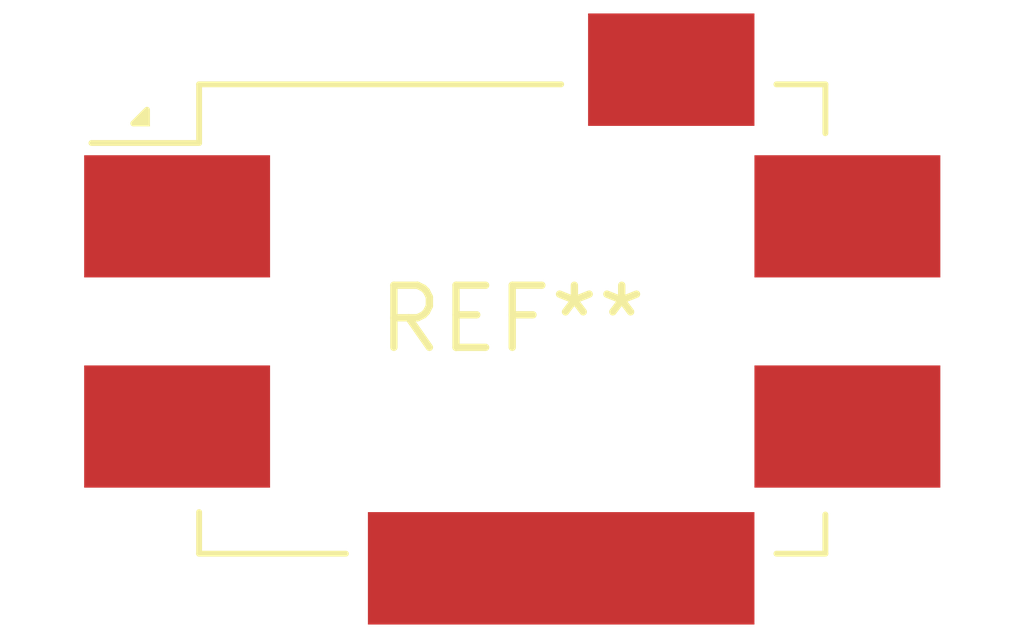
<source format=kicad_pcb>
(kicad_pcb (version 20240108) (generator pcbnew)
  (layers (0 "F.Cu" signal) (31 "B.Cu" signal) (34 "B.Paste" user) (35 "F.Paste" user) (36 "B.SilkS" user "B.Silkscreen") (37 "F.SilkS" user "F.Silkscreen") (38 "B.Mask" user) (39 "F.Mask" user) (44 "Edge.Cuts" user))
  (net 0 "")
  (footprint "Filter_Murata_BNX025" (layer "F.Cu") (at 0 0)
    (property "Reference" "REF**")
    (property "Value" "Filter_Murata_BNX025")
    (fp_line (start -6.4 -3.6) (end -8.6 -3.6) (layer "F.SilkS") (stroke (width 0.12)))
    (fp_line (start -6.4 -3.6) (end -6.4 -4.8) (layer "F.SilkS") (stroke (width 0.12)))
    (fp_line (start -6.4 4.8) (end -6.4 3.95) (layer "F.SilkS") (stroke (width 0.12)))
    (fp_line (start -3.4 4.8) (end -6.4 4.8) (layer "F.SilkS") (stroke (width 0.12)))
    (fp_line (start 1 -4.8) (end -6.4 -4.8) (layer "F.SilkS") (stroke (width 0.12)))
    (fp_line (start 5.4 4.8) (end 6.4 4.8) (layer "F.SilkS") (stroke (width 0.12)))
    (fp_line (start 6.4 -4.8) (end 5.4 -4.8) (layer "F.SilkS") (stroke (width 0.12)))
    (fp_line (start 6.4 -3.8) (end 6.4 -4.8) (layer "F.SilkS") (stroke (width 0.12)))
    (fp_line (start 6.4 4.8) (end 6.4 4) (layer "F.SilkS") (stroke (width 0.12)))
    (fp_poly (pts (xy -7.465 -4) (xy -7.745 -4) (xy -7.465 -4.28) (xy -7.465 -4)) (layer "F.SilkS") (stroke (width 0.12)) (fill solid))
    (pad "1" smd rect (at -6.85 -2.1) (size 3.8 2.5) (layers "F.Cu" "F.Paste" "F.Mask"))
    (pad "2" smd rect (at 6.85 -2.1) (size 3.8 2.5) (layers "F.Cu" "F.Paste" "F.Mask"))
    (pad "3" smd rect (at -6.85 2.2) (size 3.8 2.5) (layers "F.Cu" "F.Paste" "F.Mask"))
    (pad "4" smd rect (at 1 5.1) (size 7.9 2.3) (layers "F.Cu" "F.Paste" "F.Mask"))
    (pad "4" smd rect (at 3.25 -5.1) (size 3.4 2.3) (layers "F.Cu" "F.Paste" "F.Mask"))
    (pad "4" smd rect (at 6.85 2.2) (size 3.8 2.5) (layers "F.Cu" "F.Paste" "F.Mask"))
  )
)
</source>
